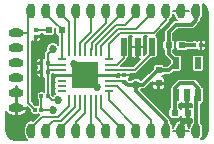
<source format=gtl>
G04 #@! TF.FileFunction,Copper,L1,Top,Signal*
%FSLAX46Y46*%
G04 Gerber Fmt 4.6, Leading zero omitted, Abs format (unit mm)*
G04 Created by KiCad (PCBNEW 4.0.0-rc2-stable) date 12/26/2015 3:45:16 PM*
%MOMM*%
G01*
G04 APERTURE LIST*
%ADD10C,0.100000*%
%ADD11C,0.685800*%
%ADD12O,0.762000X1.270000*%
%ADD13R,0.500000X1.500000*%
%ADD14R,0.550000X1.000000*%
%ADD15R,0.600000X0.500000*%
%ADD16R,0.300000X0.350000*%
%ADD17R,0.350000X0.300000*%
%ADD18R,0.500000X0.600000*%
%ADD19O,1.270000X0.762000*%
%ADD20O,0.250000X0.800000*%
%ADD21O,0.800000X0.250000*%
%ADD22R,2.250000X2.250000*%
%ADD23C,0.203200*%
%ADD24C,0.304800*%
%ADD25C,0.152400*%
G04 APERTURE END LIST*
D10*
D11*
X106553000Y-121031000D03*
X106629200Y-123698000D03*
X109372400Y-121945400D03*
X116586000Y-124841000D03*
X111353600Y-123901200D03*
D12*
X105791000Y-117475000D03*
X107061000Y-117475000D03*
X108331000Y-117475000D03*
X109601000Y-117475000D03*
X110871000Y-117475000D03*
X112141000Y-117475000D03*
X113411000Y-117475000D03*
X114681000Y-117475000D03*
X115951000Y-117475000D03*
X117221000Y-117475000D03*
X118491000Y-117475000D03*
X119761000Y-117475000D03*
X105791000Y-127635000D03*
X107061000Y-127635000D03*
X108331000Y-127635000D03*
X109601000Y-127635000D03*
X110871000Y-127635000D03*
X112141000Y-127635000D03*
X113411000Y-127635000D03*
X114681000Y-127635000D03*
X115951000Y-127635000D03*
X117221000Y-127635000D03*
X118491000Y-127635000D03*
X119761000Y-127635000D03*
D13*
X116008000Y-120523000D03*
X114808000Y-120523000D03*
X113608000Y-120523000D03*
D14*
X118029000Y-124617000D03*
X118979000Y-124617000D03*
X119929000Y-124617000D03*
X119929000Y-121917000D03*
X118029000Y-121917000D03*
D15*
X117433000Y-120396000D03*
X118533000Y-120396000D03*
D16*
X107209000Y-121920000D03*
X106659000Y-121920000D03*
D17*
X113665000Y-123465000D03*
X113665000Y-122915000D03*
D16*
X106650200Y-125857000D03*
X106100200Y-125857000D03*
X119613000Y-120396000D03*
X120163000Y-120396000D03*
X106659000Y-124714000D03*
X107209000Y-124714000D03*
X107209000Y-122682000D03*
X106659000Y-122682000D03*
D15*
X117941000Y-126111000D03*
X119041000Y-126111000D03*
D18*
X116586000Y-122513000D03*
X116586000Y-123613000D03*
D11*
X120142000Y-119253000D03*
D15*
X108362840Y-119105680D03*
X107262840Y-119105680D03*
D17*
X106172000Y-119105000D03*
X106172000Y-119655000D03*
D19*
X104521000Y-125730000D03*
X104521000Y-124460000D03*
X104521000Y-123190000D03*
X104521000Y-121920000D03*
X104521000Y-120650000D03*
X104521000Y-119380000D03*
D20*
X109013000Y-124936000D03*
X109463000Y-124936000D03*
X109913000Y-124936000D03*
X110363000Y-124936000D03*
X110813000Y-124936000D03*
X111263000Y-124936000D03*
X111713000Y-124936000D03*
D21*
X108363000Y-121586000D03*
X108363000Y-122036000D03*
X108363000Y-122486000D03*
X108363000Y-122936000D03*
X108363000Y-123386000D03*
X108363000Y-123836000D03*
X108363000Y-124286000D03*
X112363000Y-124286000D03*
X112363000Y-123836000D03*
X112363000Y-123386000D03*
X112363000Y-122936000D03*
X112363000Y-122486000D03*
X112363000Y-122036000D03*
X112363000Y-121586000D03*
D20*
X111713000Y-120936000D03*
X111263000Y-120936000D03*
X110813000Y-120936000D03*
X110363000Y-120936000D03*
X109913000Y-120936000D03*
X109463000Y-120936000D03*
X109013000Y-120936000D03*
D22*
X110363000Y-122936000D03*
D11*
X108077000Y-125031500D03*
X107632500Y-120713500D03*
X114681000Y-123748800D03*
X115138200Y-122920760D03*
X114300000Y-121793000D03*
X107670600Y-125882400D03*
D23*
X108077000Y-125031500D02*
X107526500Y-125031500D01*
X107526500Y-125031500D02*
X107209000Y-124714000D01*
X107209000Y-121920000D02*
X107209000Y-121137000D01*
X107209000Y-121137000D02*
X107632500Y-120713500D01*
D24*
X114681000Y-123748800D02*
X113948800Y-123748800D01*
X113948800Y-123748800D02*
X113665000Y-123465000D01*
X116586000Y-122513000D02*
X116488601Y-122513000D01*
X116488601Y-122513000D02*
X115252801Y-123748800D01*
X115252801Y-123748800D02*
X114681000Y-123748800D01*
X114681000Y-124287666D02*
X114681000Y-123748800D01*
D23*
X107209000Y-122682000D02*
X107221067Y-122669933D01*
X107221067Y-122669933D02*
X107221067Y-122546593D01*
X107221067Y-122546593D02*
X107281660Y-122486000D01*
X107209000Y-121920000D02*
X107209000Y-122682000D01*
X107209000Y-122682000D02*
X107209000Y-123060200D01*
X107209000Y-123060200D02*
X107209000Y-124714000D01*
D24*
X117433000Y-120396000D02*
X117433000Y-119244218D01*
X117433000Y-119244218D02*
X118036819Y-118640399D01*
X118036819Y-118640399D02*
X119372963Y-118640399D01*
X119372963Y-118640399D02*
X119761000Y-118252362D01*
X119761000Y-118252362D02*
X119761000Y-117475000D01*
X118029000Y-121712000D02*
X117433000Y-121116000D01*
X117433000Y-121116000D02*
X117433000Y-120396000D01*
X118029000Y-121917000D02*
X118029000Y-121712000D01*
D23*
X107209000Y-121920000D02*
X107325000Y-122036000D01*
X107325000Y-122036000D02*
X108363000Y-122036000D01*
X118029000Y-121692000D02*
X118029000Y-121917000D01*
D24*
X114681000Y-124287666D02*
X117221000Y-126827666D01*
X117221000Y-126827666D02*
X117221000Y-127635000D01*
X116586000Y-122513000D02*
X117433000Y-122513000D01*
X117433000Y-122513000D02*
X118029000Y-121917000D01*
D25*
X113586000Y-123386000D02*
X113665000Y-123465000D01*
D23*
X107281660Y-122486000D02*
X108363000Y-122486000D01*
D25*
X112363000Y-123386000D02*
X113586000Y-123386000D01*
D23*
X106659000Y-121920000D02*
X106659000Y-121137000D01*
X106659000Y-121137000D02*
X106553000Y-121031000D01*
D25*
X113665000Y-122915000D02*
X115132440Y-122915000D01*
X115132440Y-122915000D02*
X115138200Y-122920760D01*
D23*
X116586000Y-124841000D02*
X116586000Y-123613000D01*
D25*
X106629200Y-123698000D02*
X106629200Y-122711800D01*
X106629200Y-122711800D02*
X106659000Y-122682000D01*
D23*
X106659000Y-122682000D02*
X106659000Y-121920000D01*
X114808000Y-120523000D02*
X114808000Y-121285000D01*
D25*
X114808000Y-121285000D02*
X114300000Y-121793000D01*
D24*
X118491000Y-127127000D02*
X118579800Y-127127000D01*
X118579800Y-127127000D02*
X119041000Y-126665800D01*
X119041000Y-126665800D02*
X119041000Y-126111000D01*
X118491000Y-127635000D02*
X118491000Y-127127000D01*
X118979000Y-124617000D02*
X118979000Y-126049000D01*
X118979000Y-126049000D02*
X119041000Y-126111000D01*
D25*
X113644000Y-122936000D02*
X113665000Y-122915000D01*
X111810600Y-122936000D02*
X110363000Y-122936000D01*
X112363000Y-122936000D02*
X113644000Y-122936000D01*
X112363000Y-122936000D02*
X111810600Y-122936000D01*
X108363000Y-122936000D02*
X110363000Y-122936000D01*
D24*
X119929000Y-124617000D02*
X119929000Y-124029295D01*
X117997296Y-124585296D02*
X118029000Y-124617000D01*
X119929000Y-124029295D02*
X119527476Y-123627771D01*
X119527476Y-123627771D02*
X118369720Y-123627771D01*
X118369720Y-123627771D02*
X117997296Y-124000195D01*
X117997296Y-124000195D02*
X117997296Y-124585296D01*
X117941000Y-126111000D02*
X117941000Y-124705000D01*
X117941000Y-124705000D02*
X118029000Y-124617000D01*
X119761000Y-127635000D02*
X119761000Y-124785000D01*
X119761000Y-124785000D02*
X119929000Y-124617000D01*
D25*
X110363000Y-125488400D02*
X110363000Y-124936000D01*
X106650200Y-125857000D02*
X107645200Y-125857000D01*
X107645200Y-125857000D02*
X107670600Y-125882400D01*
X106659000Y-124714000D02*
X106659000Y-125848200D01*
X106659000Y-125848200D02*
X106650200Y-125857000D01*
D23*
X106638000Y-124735000D02*
X106659000Y-124714000D01*
D25*
X109601000Y-127635000D02*
X109601000Y-126847600D01*
X109601000Y-126847600D02*
X110363000Y-126085600D01*
X110363000Y-126085600D02*
X110363000Y-125488400D01*
X105535609Y-117730391D02*
X105535609Y-119380000D01*
X104521000Y-119380000D02*
X105308400Y-119380000D01*
X105535609Y-119380000D02*
X105535609Y-125267409D01*
X105308400Y-119380000D02*
X105535609Y-119380000D01*
X105791000Y-117475000D02*
X105535609Y-117730391D01*
X105535609Y-125267409D02*
X106100200Y-125832000D01*
X106100200Y-125832000D02*
X106100200Y-125857000D01*
D24*
X119380000Y-120396000D02*
X119613000Y-120396000D01*
X118533000Y-120396000D02*
X119380000Y-120396000D01*
D25*
X109013000Y-118398623D02*
X108331000Y-117716623D01*
X108331000Y-117716623D02*
X108331000Y-117475000D01*
X109013000Y-120936000D02*
X109013000Y-118398623D01*
X109463000Y-117613000D02*
X109601000Y-117475000D01*
X109463000Y-120936000D02*
X109463000Y-117613000D01*
X110871000Y-119267924D02*
X110871000Y-117729000D01*
X110871000Y-117729000D02*
X110871000Y-117475000D01*
X109913000Y-120936000D02*
X109913000Y-120225924D01*
X109913000Y-120225924D02*
X110871000Y-119267924D01*
X110363000Y-120936000D02*
X110363000Y-120264480D01*
X112141000Y-117729000D02*
X112141000Y-117475000D01*
X112141000Y-118486480D02*
X112141000Y-117729000D01*
X110363000Y-120264480D02*
X112141000Y-118486480D01*
X110813000Y-120936000D02*
X110813000Y-120835000D01*
X110813000Y-120835000D02*
X110909390Y-120738610D01*
X110909390Y-120738610D02*
X110909390Y-120230610D01*
X110909390Y-120230610D02*
X113411000Y-117729000D01*
X113411000Y-117729000D02*
X113411000Y-117475000D01*
X113736222Y-118673778D02*
X114681000Y-117729000D01*
X114681000Y-117729000D02*
X114681000Y-117475000D01*
X111263000Y-120936000D02*
X111263000Y-120383600D01*
X111263000Y-120383600D02*
X112972822Y-118673778D01*
X112972822Y-118673778D02*
X113736222Y-118673778D01*
X114677920Y-119002080D02*
X115951000Y-117729000D01*
X115951000Y-117729000D02*
X115951000Y-117475000D01*
X111713000Y-120936000D02*
X111713000Y-120435668D01*
X111713000Y-120435668D02*
X113146588Y-119002080D01*
X113146588Y-119002080D02*
X114677920Y-119002080D01*
X117221000Y-118262400D02*
X117221000Y-117475000D01*
X112363000Y-121586000D02*
X112363000Y-120252017D01*
X112363000Y-120252017D02*
X113278665Y-119336352D01*
X113278665Y-119336352D02*
X116147048Y-119336352D01*
X116147048Y-119336352D02*
X117221000Y-118262400D01*
X106705420Y-126466580D02*
X105791000Y-127381000D01*
X105791000Y-127381000D02*
X105791000Y-127635000D01*
X108991400Y-125528934D02*
X108053754Y-126466580D01*
X108053754Y-126466580D02*
X106705420Y-126466580D01*
X109013000Y-124936000D02*
X109013000Y-125488400D01*
X109013000Y-125488400D02*
X108991400Y-125510000D01*
X108991400Y-125510000D02*
X108991400Y-125528934D01*
X109463000Y-125635432D02*
X109463000Y-124936000D01*
X107061000Y-127635000D02*
X107061000Y-127381000D01*
X107061000Y-127381000D02*
X107670610Y-126771390D01*
X107670610Y-126771390D02*
X108327042Y-126771390D01*
X108327042Y-126771390D02*
X109463000Y-125635432D01*
X109913000Y-125488400D02*
X109913000Y-124936000D01*
X109913000Y-125799000D02*
X109913000Y-125488400D01*
X108331000Y-127635000D02*
X108331000Y-127381000D01*
X108331000Y-127381000D02*
X109913000Y-125799000D01*
X110813000Y-127577000D02*
X110871000Y-127635000D01*
X110813000Y-124936000D02*
X110813000Y-127577000D01*
X111263000Y-126503000D02*
X112141000Y-127381000D01*
X112141000Y-127381000D02*
X112141000Y-127635000D01*
X111263000Y-124936000D02*
X111263000Y-126503000D01*
X111713000Y-125683000D02*
X113411000Y-127381000D01*
X113411000Y-127381000D02*
X113411000Y-127635000D01*
X111713000Y-124936000D02*
X111713000Y-125683000D01*
X112363000Y-124286000D02*
X112363000Y-125063000D01*
X112363000Y-125063000D02*
X114681000Y-127381000D01*
X114681000Y-127381000D02*
X114681000Y-127635000D01*
X112363000Y-123836000D02*
X113079553Y-123836000D01*
X113079553Y-123836000D02*
X115951000Y-126707447D01*
X115951000Y-126707447D02*
X115951000Y-127635000D01*
D23*
X112363000Y-122486000D02*
X114545000Y-122486000D01*
X114545000Y-122486000D02*
X116008000Y-121023000D01*
X116008000Y-121023000D02*
X116008000Y-120523000D01*
X112363000Y-122036000D02*
X113048200Y-122036000D01*
X113048200Y-122036000D02*
X113608000Y-121476200D01*
X113608000Y-121476200D02*
X113608000Y-120523000D01*
D25*
X108363000Y-121308600D02*
X108363000Y-121586000D01*
X108363000Y-121308600D02*
X108362840Y-121308440D01*
X108362840Y-121308440D02*
X108362840Y-119105680D01*
X107061000Y-117475000D02*
X107061000Y-117749729D01*
X107061000Y-117749729D02*
X107810370Y-118499099D01*
X107810370Y-118499099D02*
X107810370Y-118502323D01*
X107810370Y-118502323D02*
X108362840Y-119054793D01*
X108362840Y-119054793D02*
X108362840Y-119105680D01*
X106172000Y-119105000D02*
X107262160Y-119105000D01*
X107262160Y-119105000D02*
X107262840Y-119105680D01*
G36*
X104546400Y-124434600D02*
X104566400Y-124434600D01*
X104566400Y-124485400D01*
X104546400Y-124485400D01*
X104546400Y-125704600D01*
X105365004Y-125704600D01*
X105422813Y-125601680D01*
X105416676Y-125579528D01*
X105717122Y-125879974D01*
X105717122Y-126032000D01*
X105733062Y-126116714D01*
X105783128Y-126194518D01*
X105859520Y-126246715D01*
X105950200Y-126265078D01*
X106250200Y-126265078D01*
X106334914Y-126249138D01*
X106375162Y-126223239D01*
X106409520Y-126246715D01*
X106479967Y-126260981D01*
X105954037Y-126786911D01*
X105791000Y-126754481D01*
X105557716Y-126800884D01*
X105359948Y-126933029D01*
X105227803Y-127130797D01*
X105181400Y-127364081D01*
X105181400Y-127905919D01*
X105227803Y-128139203D01*
X105359948Y-128336971D01*
X105412971Y-128372400D01*
X104521000Y-128372400D01*
X104463190Y-128383899D01*
X104448352Y-128377753D01*
X104113897Y-128311226D01*
X103876439Y-128152561D01*
X103717774Y-127915103D01*
X103656600Y-127607559D01*
X103656600Y-125974650D01*
X103782066Y-126179013D01*
X103990809Y-126330410D01*
X104241600Y-126390400D01*
X104495600Y-126390400D01*
X104495600Y-125755400D01*
X104546400Y-125755400D01*
X104546400Y-126390400D01*
X104800400Y-126390400D01*
X105051191Y-126330410D01*
X105259934Y-126179013D01*
X105394850Y-125959258D01*
X105422813Y-125858320D01*
X105365004Y-125755400D01*
X104546400Y-125755400D01*
X104495600Y-125755400D01*
X104475600Y-125755400D01*
X104475600Y-125704600D01*
X104495600Y-125704600D01*
X104495600Y-124485400D01*
X104475600Y-124485400D01*
X104475600Y-124434600D01*
X104495600Y-124434600D01*
X104495600Y-123799600D01*
X104546400Y-123799600D01*
X104546400Y-124434600D01*
X104546400Y-124434600D01*
G37*
X104546400Y-124434600D02*
X104566400Y-124434600D01*
X104566400Y-124485400D01*
X104546400Y-124485400D01*
X104546400Y-125704600D01*
X105365004Y-125704600D01*
X105422813Y-125601680D01*
X105416676Y-125579528D01*
X105717122Y-125879974D01*
X105717122Y-126032000D01*
X105733062Y-126116714D01*
X105783128Y-126194518D01*
X105859520Y-126246715D01*
X105950200Y-126265078D01*
X106250200Y-126265078D01*
X106334914Y-126249138D01*
X106375162Y-126223239D01*
X106409520Y-126246715D01*
X106479967Y-126260981D01*
X105954037Y-126786911D01*
X105791000Y-126754481D01*
X105557716Y-126800884D01*
X105359948Y-126933029D01*
X105227803Y-127130797D01*
X105181400Y-127364081D01*
X105181400Y-127905919D01*
X105227803Y-128139203D01*
X105359948Y-128336971D01*
X105412971Y-128372400D01*
X104521000Y-128372400D01*
X104463190Y-128383899D01*
X104448352Y-128377753D01*
X104113897Y-128311226D01*
X103876439Y-128152561D01*
X103717774Y-127915103D01*
X103656600Y-127607559D01*
X103656600Y-125974650D01*
X103782066Y-126179013D01*
X103990809Y-126330410D01*
X104241600Y-126390400D01*
X104495600Y-126390400D01*
X104495600Y-125755400D01*
X104546400Y-125755400D01*
X104546400Y-126390400D01*
X104800400Y-126390400D01*
X105051191Y-126330410D01*
X105259934Y-126179013D01*
X105394850Y-125959258D01*
X105422813Y-125858320D01*
X105365004Y-125755400D01*
X104546400Y-125755400D01*
X104495600Y-125755400D01*
X104475600Y-125755400D01*
X104475600Y-125704600D01*
X104495600Y-125704600D01*
X104495600Y-124485400D01*
X104475600Y-124485400D01*
X104475600Y-124434600D01*
X104495600Y-124434600D01*
X104495600Y-123799600D01*
X104546400Y-123799600D01*
X104546400Y-124434600D01*
G36*
X120295103Y-116925774D02*
X120532561Y-117084439D01*
X120691226Y-117321897D01*
X120752400Y-117629441D01*
X120752400Y-127607559D01*
X120691226Y-127915103D01*
X120532561Y-128152561D01*
X120295103Y-128311226D01*
X120196095Y-128330920D01*
X120324197Y-128139203D01*
X120370600Y-127905919D01*
X120370600Y-127364081D01*
X120324197Y-127130797D01*
X120192052Y-126933029D01*
X120142000Y-126899585D01*
X120142000Y-125350078D01*
X120204000Y-125350078D01*
X120288714Y-125334138D01*
X120366518Y-125284072D01*
X120418715Y-125207680D01*
X120437078Y-125117000D01*
X120437078Y-124117000D01*
X120421138Y-124032286D01*
X120371072Y-123954482D01*
X120294680Y-123902285D01*
X120284319Y-123900187D01*
X120280998Y-123883493D01*
X120261554Y-123854393D01*
X120198408Y-123759887D01*
X120198405Y-123759885D01*
X119796884Y-123358363D01*
X119673279Y-123275773D01*
X119527476Y-123246771D01*
X118369720Y-123246771D01*
X118223917Y-123275773D01*
X118100312Y-123358363D01*
X117727888Y-123730787D01*
X117645298Y-123854392D01*
X117634900Y-123906666D01*
X117631405Y-123924238D01*
X117591482Y-123949928D01*
X117539285Y-124026320D01*
X117520922Y-124117000D01*
X117520922Y-125117000D01*
X117536862Y-125201714D01*
X117560000Y-125237671D01*
X117560000Y-125643163D01*
X117556286Y-125643862D01*
X117478482Y-125693928D01*
X117426285Y-125770320D01*
X117407922Y-125861000D01*
X117407922Y-126361000D01*
X117423862Y-126445714D01*
X117473928Y-126523518D01*
X117550320Y-126575715D01*
X117641000Y-126594078D01*
X118241000Y-126594078D01*
X118325714Y-126578138D01*
X118403518Y-126528072D01*
X118455715Y-126451680D01*
X118462422Y-126418560D01*
X118504136Y-126519267D01*
X118582733Y-126597864D01*
X118685424Y-126640400D01*
X118945750Y-126640400D01*
X119015600Y-126570550D01*
X119015600Y-126136400D01*
X118995600Y-126136400D01*
X118995600Y-126085600D01*
X119015600Y-126085600D01*
X119015600Y-125651450D01*
X118945750Y-125581600D01*
X118685424Y-125581600D01*
X118582733Y-125624136D01*
X118504136Y-125702733D01*
X118462989Y-125802069D01*
X118458138Y-125776286D01*
X118408072Y-125698482D01*
X118331680Y-125646285D01*
X118322000Y-125644325D01*
X118322000Y-125346691D01*
X118388714Y-125334138D01*
X118466518Y-125284072D01*
X118470343Y-125278474D01*
X118545733Y-125353864D01*
X118648424Y-125396400D01*
X118883750Y-125396400D01*
X118953600Y-125326550D01*
X118953600Y-124642400D01*
X118933600Y-124642400D01*
X118933600Y-124591600D01*
X118953600Y-124591600D01*
X118953600Y-124571600D01*
X119004400Y-124571600D01*
X119004400Y-124591600D01*
X119024400Y-124591600D01*
X119024400Y-124642400D01*
X119004400Y-124642400D01*
X119004400Y-125326550D01*
X119074250Y-125396400D01*
X119309576Y-125396400D01*
X119380000Y-125367229D01*
X119380000Y-125581600D01*
X119136250Y-125581600D01*
X119066400Y-125651450D01*
X119066400Y-126085600D01*
X119086400Y-126085600D01*
X119086400Y-126136400D01*
X119066400Y-126136400D01*
X119066400Y-126570550D01*
X119136250Y-126640400D01*
X119380000Y-126640400D01*
X119380000Y-126899585D01*
X119329948Y-126933029D01*
X119197803Y-127130797D01*
X119151400Y-127364081D01*
X119151400Y-127355600D01*
X119091410Y-127104809D01*
X118940013Y-126896066D01*
X118720258Y-126761150D01*
X118619320Y-126733187D01*
X118516400Y-126790996D01*
X118516400Y-127609600D01*
X119151400Y-127609600D01*
X119151400Y-127660400D01*
X118516400Y-127660400D01*
X118516400Y-127680400D01*
X118465600Y-127680400D01*
X118465600Y-127660400D01*
X117830600Y-127660400D01*
X117830600Y-127609600D01*
X118465600Y-127609600D01*
X118465600Y-126790996D01*
X118362680Y-126733187D01*
X118261742Y-126761150D01*
X118041987Y-126896066D01*
X117890590Y-127104809D01*
X117830600Y-127355600D01*
X117830600Y-127364081D01*
X117784197Y-127130797D01*
X117652052Y-126933029D01*
X117602000Y-126899585D01*
X117602000Y-126827666D01*
X117572998Y-126681864D01*
X117490408Y-126558258D01*
X117490405Y-126558256D01*
X115085086Y-124152936D01*
X115108263Y-124129800D01*
X115252801Y-124129800D01*
X115398604Y-124100798D01*
X115522209Y-124018208D01*
X115832167Y-123708250D01*
X116056600Y-123708250D01*
X116056600Y-123968576D01*
X116099136Y-124071267D01*
X116177733Y-124149864D01*
X116280424Y-124192400D01*
X116490750Y-124192400D01*
X116560600Y-124122550D01*
X116560600Y-123638400D01*
X116611400Y-123638400D01*
X116611400Y-124122550D01*
X116681250Y-124192400D01*
X116891576Y-124192400D01*
X116994267Y-124149864D01*
X117072864Y-124071267D01*
X117115400Y-123968576D01*
X117115400Y-123708250D01*
X117045550Y-123638400D01*
X116611400Y-123638400D01*
X116560600Y-123638400D01*
X116126450Y-123638400D01*
X116056600Y-123708250D01*
X115832167Y-123708250D01*
X116056600Y-123483817D01*
X116056600Y-123517750D01*
X116126450Y-123587600D01*
X116560600Y-123587600D01*
X116560600Y-123567600D01*
X116611400Y-123567600D01*
X116611400Y-123587600D01*
X117045550Y-123587600D01*
X117115400Y-123517750D01*
X117115400Y-123257424D01*
X117072864Y-123154733D01*
X116994267Y-123076136D01*
X116894931Y-123034989D01*
X116920714Y-123030138D01*
X116998518Y-122980072D01*
X117050715Y-122903680D01*
X117052675Y-122894000D01*
X117433000Y-122894000D01*
X117578803Y-122864998D01*
X117702408Y-122782408D01*
X117834738Y-122650078D01*
X118304000Y-122650078D01*
X118388714Y-122634138D01*
X118466518Y-122584072D01*
X118518715Y-122507680D01*
X118537078Y-122417000D01*
X118537078Y-121417000D01*
X119420922Y-121417000D01*
X119420922Y-122417000D01*
X119436862Y-122501714D01*
X119486928Y-122579518D01*
X119563320Y-122631715D01*
X119654000Y-122650078D01*
X120204000Y-122650078D01*
X120288714Y-122634138D01*
X120366518Y-122584072D01*
X120418715Y-122507680D01*
X120437078Y-122417000D01*
X120437078Y-121417000D01*
X120421138Y-121332286D01*
X120371072Y-121254482D01*
X120294680Y-121202285D01*
X120204000Y-121183922D01*
X119654000Y-121183922D01*
X119569286Y-121199862D01*
X119491482Y-121249928D01*
X119439285Y-121326320D01*
X119420922Y-121417000D01*
X118537078Y-121417000D01*
X118521138Y-121332286D01*
X118471072Y-121254482D01*
X118394680Y-121202285D01*
X118304000Y-121183922D01*
X118039737Y-121183922D01*
X117814000Y-120958184D01*
X117814000Y-120863837D01*
X117817714Y-120863138D01*
X117895518Y-120813072D01*
X117947715Y-120736680D01*
X117966078Y-120646000D01*
X117966078Y-120146000D01*
X117999922Y-120146000D01*
X117999922Y-120646000D01*
X118015862Y-120730714D01*
X118065928Y-120808518D01*
X118142320Y-120860715D01*
X118233000Y-120879078D01*
X118833000Y-120879078D01*
X118917714Y-120863138D01*
X118995518Y-120813072D01*
X119020165Y-120777000D01*
X119359565Y-120777000D01*
X119372320Y-120785715D01*
X119463000Y-120804078D01*
X119763000Y-120804078D01*
X119837019Y-120790150D01*
X119854733Y-120807864D01*
X119957424Y-120850400D01*
X120067750Y-120850400D01*
X120137600Y-120780550D01*
X120137600Y-120421400D01*
X120188400Y-120421400D01*
X120188400Y-120780550D01*
X120258250Y-120850400D01*
X120368576Y-120850400D01*
X120471267Y-120807864D01*
X120549864Y-120729267D01*
X120592400Y-120626576D01*
X120592400Y-120491250D01*
X120522550Y-120421400D01*
X120188400Y-120421400D01*
X120137600Y-120421400D01*
X120117600Y-120421400D01*
X120117600Y-120370600D01*
X120137600Y-120370600D01*
X120137600Y-120011450D01*
X120188400Y-120011450D01*
X120188400Y-120370600D01*
X120522550Y-120370600D01*
X120592400Y-120300750D01*
X120592400Y-120165424D01*
X120549864Y-120062733D01*
X120471267Y-119984136D01*
X120368576Y-119941600D01*
X120258250Y-119941600D01*
X120188400Y-120011450D01*
X120137600Y-120011450D01*
X120067750Y-119941600D01*
X119957424Y-119941600D01*
X119854733Y-119984136D01*
X119836137Y-120002732D01*
X119763000Y-119987922D01*
X119463000Y-119987922D01*
X119378286Y-120003862D01*
X119360977Y-120015000D01*
X119020353Y-120015000D01*
X119000072Y-119983482D01*
X118923680Y-119931285D01*
X118833000Y-119912922D01*
X118233000Y-119912922D01*
X118148286Y-119928862D01*
X118070482Y-119978928D01*
X118018285Y-120055320D01*
X117999922Y-120146000D01*
X117966078Y-120146000D01*
X117950138Y-120061286D01*
X117900072Y-119983482D01*
X117823680Y-119931285D01*
X117814000Y-119929325D01*
X117814000Y-119402034D01*
X118194635Y-119021399D01*
X119372963Y-119021399D01*
X119518766Y-118992397D01*
X119642371Y-118909807D01*
X120030408Y-118521770D01*
X120112998Y-118398165D01*
X120142000Y-118252362D01*
X120142000Y-118210415D01*
X120192052Y-118176971D01*
X120324197Y-117979203D01*
X120370600Y-117745919D01*
X120370600Y-117204081D01*
X120324197Y-116970797D01*
X120293962Y-116925547D01*
X120295103Y-116925774D01*
X120295103Y-116925774D01*
G37*
X120295103Y-116925774D02*
X120532561Y-117084439D01*
X120691226Y-117321897D01*
X120752400Y-117629441D01*
X120752400Y-127607559D01*
X120691226Y-127915103D01*
X120532561Y-128152561D01*
X120295103Y-128311226D01*
X120196095Y-128330920D01*
X120324197Y-128139203D01*
X120370600Y-127905919D01*
X120370600Y-127364081D01*
X120324197Y-127130797D01*
X120192052Y-126933029D01*
X120142000Y-126899585D01*
X120142000Y-125350078D01*
X120204000Y-125350078D01*
X120288714Y-125334138D01*
X120366518Y-125284072D01*
X120418715Y-125207680D01*
X120437078Y-125117000D01*
X120437078Y-124117000D01*
X120421138Y-124032286D01*
X120371072Y-123954482D01*
X120294680Y-123902285D01*
X120284319Y-123900187D01*
X120280998Y-123883493D01*
X120261554Y-123854393D01*
X120198408Y-123759887D01*
X120198405Y-123759885D01*
X119796884Y-123358363D01*
X119673279Y-123275773D01*
X119527476Y-123246771D01*
X118369720Y-123246771D01*
X118223917Y-123275773D01*
X118100312Y-123358363D01*
X117727888Y-123730787D01*
X117645298Y-123854392D01*
X117634900Y-123906666D01*
X117631405Y-123924238D01*
X117591482Y-123949928D01*
X117539285Y-124026320D01*
X117520922Y-124117000D01*
X117520922Y-125117000D01*
X117536862Y-125201714D01*
X117560000Y-125237671D01*
X117560000Y-125643163D01*
X117556286Y-125643862D01*
X117478482Y-125693928D01*
X117426285Y-125770320D01*
X117407922Y-125861000D01*
X117407922Y-126361000D01*
X117423862Y-126445714D01*
X117473928Y-126523518D01*
X117550320Y-126575715D01*
X117641000Y-126594078D01*
X118241000Y-126594078D01*
X118325714Y-126578138D01*
X118403518Y-126528072D01*
X118455715Y-126451680D01*
X118462422Y-126418560D01*
X118504136Y-126519267D01*
X118582733Y-126597864D01*
X118685424Y-126640400D01*
X118945750Y-126640400D01*
X119015600Y-126570550D01*
X119015600Y-126136400D01*
X118995600Y-126136400D01*
X118995600Y-126085600D01*
X119015600Y-126085600D01*
X119015600Y-125651450D01*
X118945750Y-125581600D01*
X118685424Y-125581600D01*
X118582733Y-125624136D01*
X118504136Y-125702733D01*
X118462989Y-125802069D01*
X118458138Y-125776286D01*
X118408072Y-125698482D01*
X118331680Y-125646285D01*
X118322000Y-125644325D01*
X118322000Y-125346691D01*
X118388714Y-125334138D01*
X118466518Y-125284072D01*
X118470343Y-125278474D01*
X118545733Y-125353864D01*
X118648424Y-125396400D01*
X118883750Y-125396400D01*
X118953600Y-125326550D01*
X118953600Y-124642400D01*
X118933600Y-124642400D01*
X118933600Y-124591600D01*
X118953600Y-124591600D01*
X118953600Y-124571600D01*
X119004400Y-124571600D01*
X119004400Y-124591600D01*
X119024400Y-124591600D01*
X119024400Y-124642400D01*
X119004400Y-124642400D01*
X119004400Y-125326550D01*
X119074250Y-125396400D01*
X119309576Y-125396400D01*
X119380000Y-125367229D01*
X119380000Y-125581600D01*
X119136250Y-125581600D01*
X119066400Y-125651450D01*
X119066400Y-126085600D01*
X119086400Y-126085600D01*
X119086400Y-126136400D01*
X119066400Y-126136400D01*
X119066400Y-126570550D01*
X119136250Y-126640400D01*
X119380000Y-126640400D01*
X119380000Y-126899585D01*
X119329948Y-126933029D01*
X119197803Y-127130797D01*
X119151400Y-127364081D01*
X119151400Y-127355600D01*
X119091410Y-127104809D01*
X118940013Y-126896066D01*
X118720258Y-126761150D01*
X118619320Y-126733187D01*
X118516400Y-126790996D01*
X118516400Y-127609600D01*
X119151400Y-127609600D01*
X119151400Y-127660400D01*
X118516400Y-127660400D01*
X118516400Y-127680400D01*
X118465600Y-127680400D01*
X118465600Y-127660400D01*
X117830600Y-127660400D01*
X117830600Y-127609600D01*
X118465600Y-127609600D01*
X118465600Y-126790996D01*
X118362680Y-126733187D01*
X118261742Y-126761150D01*
X118041987Y-126896066D01*
X117890590Y-127104809D01*
X117830600Y-127355600D01*
X117830600Y-127364081D01*
X117784197Y-127130797D01*
X117652052Y-126933029D01*
X117602000Y-126899585D01*
X117602000Y-126827666D01*
X117572998Y-126681864D01*
X117490408Y-126558258D01*
X117490405Y-126558256D01*
X115085086Y-124152936D01*
X115108263Y-124129800D01*
X115252801Y-124129800D01*
X115398604Y-124100798D01*
X115522209Y-124018208D01*
X115832167Y-123708250D01*
X116056600Y-123708250D01*
X116056600Y-123968576D01*
X116099136Y-124071267D01*
X116177733Y-124149864D01*
X116280424Y-124192400D01*
X116490750Y-124192400D01*
X116560600Y-124122550D01*
X116560600Y-123638400D01*
X116611400Y-123638400D01*
X116611400Y-124122550D01*
X116681250Y-124192400D01*
X116891576Y-124192400D01*
X116994267Y-124149864D01*
X117072864Y-124071267D01*
X117115400Y-123968576D01*
X117115400Y-123708250D01*
X117045550Y-123638400D01*
X116611400Y-123638400D01*
X116560600Y-123638400D01*
X116126450Y-123638400D01*
X116056600Y-123708250D01*
X115832167Y-123708250D01*
X116056600Y-123483817D01*
X116056600Y-123517750D01*
X116126450Y-123587600D01*
X116560600Y-123587600D01*
X116560600Y-123567600D01*
X116611400Y-123567600D01*
X116611400Y-123587600D01*
X117045550Y-123587600D01*
X117115400Y-123517750D01*
X117115400Y-123257424D01*
X117072864Y-123154733D01*
X116994267Y-123076136D01*
X116894931Y-123034989D01*
X116920714Y-123030138D01*
X116998518Y-122980072D01*
X117050715Y-122903680D01*
X117052675Y-122894000D01*
X117433000Y-122894000D01*
X117578803Y-122864998D01*
X117702408Y-122782408D01*
X117834738Y-122650078D01*
X118304000Y-122650078D01*
X118388714Y-122634138D01*
X118466518Y-122584072D01*
X118518715Y-122507680D01*
X118537078Y-122417000D01*
X118537078Y-121417000D01*
X119420922Y-121417000D01*
X119420922Y-122417000D01*
X119436862Y-122501714D01*
X119486928Y-122579518D01*
X119563320Y-122631715D01*
X119654000Y-122650078D01*
X120204000Y-122650078D01*
X120288714Y-122634138D01*
X120366518Y-122584072D01*
X120418715Y-122507680D01*
X120437078Y-122417000D01*
X120437078Y-121417000D01*
X120421138Y-121332286D01*
X120371072Y-121254482D01*
X120294680Y-121202285D01*
X120204000Y-121183922D01*
X119654000Y-121183922D01*
X119569286Y-121199862D01*
X119491482Y-121249928D01*
X119439285Y-121326320D01*
X119420922Y-121417000D01*
X118537078Y-121417000D01*
X118521138Y-121332286D01*
X118471072Y-121254482D01*
X118394680Y-121202285D01*
X118304000Y-121183922D01*
X118039737Y-121183922D01*
X117814000Y-120958184D01*
X117814000Y-120863837D01*
X117817714Y-120863138D01*
X117895518Y-120813072D01*
X117947715Y-120736680D01*
X117966078Y-120646000D01*
X117966078Y-120146000D01*
X117999922Y-120146000D01*
X117999922Y-120646000D01*
X118015862Y-120730714D01*
X118065928Y-120808518D01*
X118142320Y-120860715D01*
X118233000Y-120879078D01*
X118833000Y-120879078D01*
X118917714Y-120863138D01*
X118995518Y-120813072D01*
X119020165Y-120777000D01*
X119359565Y-120777000D01*
X119372320Y-120785715D01*
X119463000Y-120804078D01*
X119763000Y-120804078D01*
X119837019Y-120790150D01*
X119854733Y-120807864D01*
X119957424Y-120850400D01*
X120067750Y-120850400D01*
X120137600Y-120780550D01*
X120137600Y-120421400D01*
X120188400Y-120421400D01*
X120188400Y-120780550D01*
X120258250Y-120850400D01*
X120368576Y-120850400D01*
X120471267Y-120807864D01*
X120549864Y-120729267D01*
X120592400Y-120626576D01*
X120592400Y-120491250D01*
X120522550Y-120421400D01*
X120188400Y-120421400D01*
X120137600Y-120421400D01*
X120117600Y-120421400D01*
X120117600Y-120370600D01*
X120137600Y-120370600D01*
X120137600Y-120011450D01*
X120188400Y-120011450D01*
X120188400Y-120370600D01*
X120522550Y-120370600D01*
X120592400Y-120300750D01*
X120592400Y-120165424D01*
X120549864Y-120062733D01*
X120471267Y-119984136D01*
X120368576Y-119941600D01*
X120258250Y-119941600D01*
X120188400Y-120011450D01*
X120137600Y-120011450D01*
X120067750Y-119941600D01*
X119957424Y-119941600D01*
X119854733Y-119984136D01*
X119836137Y-120002732D01*
X119763000Y-119987922D01*
X119463000Y-119987922D01*
X119378286Y-120003862D01*
X119360977Y-120015000D01*
X119020353Y-120015000D01*
X119000072Y-119983482D01*
X118923680Y-119931285D01*
X118833000Y-119912922D01*
X118233000Y-119912922D01*
X118148286Y-119928862D01*
X118070482Y-119978928D01*
X118018285Y-120055320D01*
X117999922Y-120146000D01*
X117966078Y-120146000D01*
X117950138Y-120061286D01*
X117900072Y-119983482D01*
X117823680Y-119931285D01*
X117814000Y-119929325D01*
X117814000Y-119402034D01*
X118194635Y-119021399D01*
X119372963Y-119021399D01*
X119518766Y-118992397D01*
X119642371Y-118909807D01*
X120030408Y-118521770D01*
X120112998Y-118398165D01*
X120142000Y-118252362D01*
X120142000Y-118210415D01*
X120192052Y-118176971D01*
X120324197Y-117979203D01*
X120370600Y-117745919D01*
X120370600Y-117204081D01*
X120324197Y-116970797D01*
X120293962Y-116925547D01*
X120295103Y-116925774D01*
G36*
X107829762Y-118952767D02*
X107829762Y-119355680D01*
X107845702Y-119440394D01*
X107895768Y-119518198D01*
X107972160Y-119570395D01*
X108058040Y-119587786D01*
X108058040Y-120330855D01*
X107956651Y-120229289D01*
X107746677Y-120142100D01*
X107519320Y-120141901D01*
X107309194Y-120228724D01*
X107148289Y-120389349D01*
X107061100Y-120599323D01*
X107060908Y-120818118D01*
X106975513Y-120903513D01*
X106903935Y-121010638D01*
X106878800Y-121137000D01*
X106878800Y-121471492D01*
X106864576Y-121465600D01*
X106754250Y-121465600D01*
X106684400Y-121535450D01*
X106684400Y-121894600D01*
X106704400Y-121894600D01*
X106704400Y-121945400D01*
X106684400Y-121945400D01*
X106684400Y-122656600D01*
X106704400Y-122656600D01*
X106704400Y-122707400D01*
X106684400Y-122707400D01*
X106684400Y-123066550D01*
X106754250Y-123136400D01*
X106864576Y-123136400D01*
X106878800Y-123130508D01*
X106878800Y-124320057D01*
X106809000Y-124305922D01*
X106509000Y-124305922D01*
X106424286Y-124321862D01*
X106346482Y-124371928D01*
X106294285Y-124448320D01*
X106275922Y-124539000D01*
X106275922Y-124889000D01*
X106291862Y-124973714D01*
X106341928Y-125051518D01*
X106354200Y-125059903D01*
X106354200Y-125476386D01*
X106340880Y-125467285D01*
X106250200Y-125448922D01*
X106148174Y-125448922D01*
X105840409Y-125141157D01*
X105840409Y-122777250D01*
X106229600Y-122777250D01*
X106229600Y-122912576D01*
X106272136Y-123015267D01*
X106350733Y-123093864D01*
X106453424Y-123136400D01*
X106563750Y-123136400D01*
X106633600Y-123066550D01*
X106633600Y-122707400D01*
X106299450Y-122707400D01*
X106229600Y-122777250D01*
X105840409Y-122777250D01*
X105840409Y-122015250D01*
X106229600Y-122015250D01*
X106229600Y-122150576D01*
X106272136Y-122253267D01*
X106319869Y-122301000D01*
X106272136Y-122348733D01*
X106229600Y-122451424D01*
X106229600Y-122586750D01*
X106299450Y-122656600D01*
X106633600Y-122656600D01*
X106633600Y-121945400D01*
X106299450Y-121945400D01*
X106229600Y-122015250D01*
X105840409Y-122015250D01*
X105840409Y-121689424D01*
X106229600Y-121689424D01*
X106229600Y-121824750D01*
X106299450Y-121894600D01*
X106633600Y-121894600D01*
X106633600Y-121535450D01*
X106563750Y-121465600D01*
X106453424Y-121465600D01*
X106350733Y-121508136D01*
X106272136Y-121586733D01*
X106229600Y-121689424D01*
X105840409Y-121689424D01*
X105840409Y-120042558D01*
X105941424Y-120084400D01*
X106076750Y-120084400D01*
X106146600Y-120014550D01*
X106146600Y-119680400D01*
X106197400Y-119680400D01*
X106197400Y-120014550D01*
X106267250Y-120084400D01*
X106402576Y-120084400D01*
X106505267Y-120041864D01*
X106583864Y-119963267D01*
X106626400Y-119860576D01*
X106626400Y-119750250D01*
X106556550Y-119680400D01*
X106197400Y-119680400D01*
X106146600Y-119680400D01*
X106126600Y-119680400D01*
X106126600Y-119629600D01*
X106146600Y-119629600D01*
X106146600Y-119609600D01*
X106197400Y-119609600D01*
X106197400Y-119629600D01*
X106556550Y-119629600D01*
X106626400Y-119559750D01*
X106626400Y-119449424D01*
X106609987Y-119409800D01*
X106739945Y-119409800D01*
X106745702Y-119440394D01*
X106795768Y-119518198D01*
X106872160Y-119570395D01*
X106962840Y-119588758D01*
X107562840Y-119588758D01*
X107647554Y-119572818D01*
X107725358Y-119522752D01*
X107777555Y-119446360D01*
X107795918Y-119355680D01*
X107795918Y-118918923D01*
X107829762Y-118952767D01*
X107829762Y-118952767D01*
G37*
X107829762Y-118952767D02*
X107829762Y-119355680D01*
X107845702Y-119440394D01*
X107895768Y-119518198D01*
X107972160Y-119570395D01*
X108058040Y-119587786D01*
X108058040Y-120330855D01*
X107956651Y-120229289D01*
X107746677Y-120142100D01*
X107519320Y-120141901D01*
X107309194Y-120228724D01*
X107148289Y-120389349D01*
X107061100Y-120599323D01*
X107060908Y-120818118D01*
X106975513Y-120903513D01*
X106903935Y-121010638D01*
X106878800Y-121137000D01*
X106878800Y-121471492D01*
X106864576Y-121465600D01*
X106754250Y-121465600D01*
X106684400Y-121535450D01*
X106684400Y-121894600D01*
X106704400Y-121894600D01*
X106704400Y-121945400D01*
X106684400Y-121945400D01*
X106684400Y-122656600D01*
X106704400Y-122656600D01*
X106704400Y-122707400D01*
X106684400Y-122707400D01*
X106684400Y-123066550D01*
X106754250Y-123136400D01*
X106864576Y-123136400D01*
X106878800Y-123130508D01*
X106878800Y-124320057D01*
X106809000Y-124305922D01*
X106509000Y-124305922D01*
X106424286Y-124321862D01*
X106346482Y-124371928D01*
X106294285Y-124448320D01*
X106275922Y-124539000D01*
X106275922Y-124889000D01*
X106291862Y-124973714D01*
X106341928Y-125051518D01*
X106354200Y-125059903D01*
X106354200Y-125476386D01*
X106340880Y-125467285D01*
X106250200Y-125448922D01*
X106148174Y-125448922D01*
X105840409Y-125141157D01*
X105840409Y-122777250D01*
X106229600Y-122777250D01*
X106229600Y-122912576D01*
X106272136Y-123015267D01*
X106350733Y-123093864D01*
X106453424Y-123136400D01*
X106563750Y-123136400D01*
X106633600Y-123066550D01*
X106633600Y-122707400D01*
X106299450Y-122707400D01*
X106229600Y-122777250D01*
X105840409Y-122777250D01*
X105840409Y-122015250D01*
X106229600Y-122015250D01*
X106229600Y-122150576D01*
X106272136Y-122253267D01*
X106319869Y-122301000D01*
X106272136Y-122348733D01*
X106229600Y-122451424D01*
X106229600Y-122586750D01*
X106299450Y-122656600D01*
X106633600Y-122656600D01*
X106633600Y-121945400D01*
X106299450Y-121945400D01*
X106229600Y-122015250D01*
X105840409Y-122015250D01*
X105840409Y-121689424D01*
X106229600Y-121689424D01*
X106229600Y-121824750D01*
X106299450Y-121894600D01*
X106633600Y-121894600D01*
X106633600Y-121535450D01*
X106563750Y-121465600D01*
X106453424Y-121465600D01*
X106350733Y-121508136D01*
X106272136Y-121586733D01*
X106229600Y-121689424D01*
X105840409Y-121689424D01*
X105840409Y-120042558D01*
X105941424Y-120084400D01*
X106076750Y-120084400D01*
X106146600Y-120014550D01*
X106146600Y-119680400D01*
X106197400Y-119680400D01*
X106197400Y-120014550D01*
X106267250Y-120084400D01*
X106402576Y-120084400D01*
X106505267Y-120041864D01*
X106583864Y-119963267D01*
X106626400Y-119860576D01*
X106626400Y-119750250D01*
X106556550Y-119680400D01*
X106197400Y-119680400D01*
X106146600Y-119680400D01*
X106126600Y-119680400D01*
X106126600Y-119629600D01*
X106146600Y-119629600D01*
X106146600Y-119609600D01*
X106197400Y-119609600D01*
X106197400Y-119629600D01*
X106556550Y-119629600D01*
X106626400Y-119559750D01*
X106626400Y-119449424D01*
X106609987Y-119409800D01*
X106739945Y-119409800D01*
X106745702Y-119440394D01*
X106795768Y-119518198D01*
X106872160Y-119570395D01*
X106962840Y-119588758D01*
X107562840Y-119588758D01*
X107647554Y-119572818D01*
X107725358Y-119522752D01*
X107777555Y-119446360D01*
X107795918Y-119355680D01*
X107795918Y-118918923D01*
X107829762Y-118952767D01*
G36*
X117830600Y-117754400D02*
X117890590Y-118005191D01*
X118041987Y-118213934D01*
X118116042Y-118259399D01*
X118036819Y-118259399D01*
X117891016Y-118288401D01*
X117767411Y-118370991D01*
X117163592Y-118974810D01*
X117081002Y-119098415D01*
X117057293Y-119217606D01*
X117052000Y-119244218D01*
X117052000Y-119928163D01*
X117048286Y-119928862D01*
X116970482Y-119978928D01*
X116918285Y-120055320D01*
X116899922Y-120146000D01*
X116899922Y-120646000D01*
X116915862Y-120730714D01*
X116965928Y-120808518D01*
X117042320Y-120860715D01*
X117052000Y-120862675D01*
X117052000Y-121116000D01*
X117081002Y-121261803D01*
X117163592Y-121385408D01*
X117520922Y-121742737D01*
X117520922Y-121886263D01*
X117275184Y-122132000D01*
X117053837Y-122132000D01*
X117053138Y-122128286D01*
X117003072Y-122050482D01*
X116926680Y-121998285D01*
X116836000Y-121979922D01*
X116336000Y-121979922D01*
X116251286Y-121995862D01*
X116173482Y-122045928D01*
X116121285Y-122122320D01*
X116102922Y-122213000D01*
X116102922Y-122359863D01*
X115101589Y-123361196D01*
X115005151Y-123264589D01*
X114795177Y-123177400D01*
X114567820Y-123177201D01*
X114357694Y-123264024D01*
X114253737Y-123367800D01*
X114106616Y-123367800D01*
X114073078Y-123334262D01*
X114073078Y-123315000D01*
X114059150Y-123240981D01*
X114076864Y-123223267D01*
X114119400Y-123120576D01*
X114119400Y-123010250D01*
X114049550Y-122940400D01*
X113690400Y-122940400D01*
X113690400Y-122960400D01*
X113639600Y-122960400D01*
X113639600Y-122940400D01*
X113280450Y-122940400D01*
X113210600Y-123010250D01*
X113210600Y-123081200D01*
X113013257Y-123081200D01*
X113021338Y-123067291D01*
X113032660Y-123024225D01*
X112971584Y-122961400D01*
X112388400Y-122961400D01*
X112388400Y-122981400D01*
X112337600Y-122981400D01*
X112337600Y-122961400D01*
X111754416Y-122961400D01*
X111726384Y-122990234D01*
X111697550Y-122961400D01*
X110388400Y-122961400D01*
X110388400Y-122981400D01*
X110337600Y-122981400D01*
X110337600Y-122961400D01*
X109028450Y-122961400D01*
X108999616Y-122990234D01*
X108971584Y-122961400D01*
X108388400Y-122961400D01*
X108388400Y-122981400D01*
X108337600Y-122981400D01*
X108337600Y-122961400D01*
X107754416Y-122961400D01*
X107693340Y-123024225D01*
X107704662Y-123067291D01*
X107782277Y-123200882D01*
X107749001Y-123250683D01*
X107722085Y-123386000D01*
X107749001Y-123521317D01*
X107808925Y-123611000D01*
X107749001Y-123700683D01*
X107722085Y-123836000D01*
X107749001Y-123971317D01*
X107808925Y-124061000D01*
X107749001Y-124150683D01*
X107722085Y-124286000D01*
X107749001Y-124421317D01*
X107815681Y-124521111D01*
X107753694Y-124546724D01*
X107631089Y-124669115D01*
X107592078Y-124630104D01*
X107592078Y-124539000D01*
X107576138Y-124454286D01*
X107539200Y-124396883D01*
X107539200Y-122998194D01*
X107573715Y-122947680D01*
X107592078Y-122857000D01*
X107592078Y-122816200D01*
X107701641Y-122816200D01*
X107693340Y-122847775D01*
X107754416Y-122910600D01*
X108337600Y-122910600D01*
X108337600Y-122890600D01*
X108388400Y-122890600D01*
X108388400Y-122910600D01*
X108971584Y-122910600D01*
X108999616Y-122881766D01*
X109028450Y-122910600D01*
X110337600Y-122910600D01*
X110337600Y-122890600D01*
X110388400Y-122890600D01*
X110388400Y-122910600D01*
X111697550Y-122910600D01*
X111726384Y-122881766D01*
X111754416Y-122910600D01*
X112337600Y-122910600D01*
X112337600Y-122890600D01*
X112388400Y-122890600D01*
X112388400Y-122910600D01*
X112971584Y-122910600D01*
X113032660Y-122847775D01*
X113024359Y-122816200D01*
X113210600Y-122816200D01*
X113210600Y-122819750D01*
X113280450Y-122889600D01*
X113639600Y-122889600D01*
X113639600Y-122869600D01*
X113690400Y-122869600D01*
X113690400Y-122889600D01*
X114049550Y-122889600D01*
X114119400Y-122819750D01*
X114119400Y-122816200D01*
X114545000Y-122816200D01*
X114671362Y-122791065D01*
X114778487Y-122719487D01*
X115991895Y-121506078D01*
X116258000Y-121506078D01*
X116342714Y-121490138D01*
X116420518Y-121440072D01*
X116472715Y-121363680D01*
X116491078Y-121273000D01*
X116491078Y-119773000D01*
X116475138Y-119688286D01*
X116425072Y-119610482D01*
X116350809Y-119559739D01*
X116362574Y-119551878D01*
X117436526Y-118477926D01*
X117502598Y-118379042D01*
X117507277Y-118355519D01*
X117525800Y-118262400D01*
X117525800Y-118261330D01*
X117652052Y-118176971D01*
X117784197Y-117979203D01*
X117830600Y-117745919D01*
X117830600Y-117754400D01*
X117830600Y-117754400D01*
G37*
X117830600Y-117754400D02*
X117890590Y-118005191D01*
X118041987Y-118213934D01*
X118116042Y-118259399D01*
X118036819Y-118259399D01*
X117891016Y-118288401D01*
X117767411Y-118370991D01*
X117163592Y-118974810D01*
X117081002Y-119098415D01*
X117057293Y-119217606D01*
X117052000Y-119244218D01*
X117052000Y-119928163D01*
X117048286Y-119928862D01*
X116970482Y-119978928D01*
X116918285Y-120055320D01*
X116899922Y-120146000D01*
X116899922Y-120646000D01*
X116915862Y-120730714D01*
X116965928Y-120808518D01*
X117042320Y-120860715D01*
X117052000Y-120862675D01*
X117052000Y-121116000D01*
X117081002Y-121261803D01*
X117163592Y-121385408D01*
X117520922Y-121742737D01*
X117520922Y-121886263D01*
X117275184Y-122132000D01*
X117053837Y-122132000D01*
X117053138Y-122128286D01*
X117003072Y-122050482D01*
X116926680Y-121998285D01*
X116836000Y-121979922D01*
X116336000Y-121979922D01*
X116251286Y-121995862D01*
X116173482Y-122045928D01*
X116121285Y-122122320D01*
X116102922Y-122213000D01*
X116102922Y-122359863D01*
X115101589Y-123361196D01*
X115005151Y-123264589D01*
X114795177Y-123177400D01*
X114567820Y-123177201D01*
X114357694Y-123264024D01*
X114253737Y-123367800D01*
X114106616Y-123367800D01*
X114073078Y-123334262D01*
X114073078Y-123315000D01*
X114059150Y-123240981D01*
X114076864Y-123223267D01*
X114119400Y-123120576D01*
X114119400Y-123010250D01*
X114049550Y-122940400D01*
X113690400Y-122940400D01*
X113690400Y-122960400D01*
X113639600Y-122960400D01*
X113639600Y-122940400D01*
X113280450Y-122940400D01*
X113210600Y-123010250D01*
X113210600Y-123081200D01*
X113013257Y-123081200D01*
X113021338Y-123067291D01*
X113032660Y-123024225D01*
X112971584Y-122961400D01*
X112388400Y-122961400D01*
X112388400Y-122981400D01*
X112337600Y-122981400D01*
X112337600Y-122961400D01*
X111754416Y-122961400D01*
X111726384Y-122990234D01*
X111697550Y-122961400D01*
X110388400Y-122961400D01*
X110388400Y-122981400D01*
X110337600Y-122981400D01*
X110337600Y-122961400D01*
X109028450Y-122961400D01*
X108999616Y-122990234D01*
X108971584Y-122961400D01*
X108388400Y-122961400D01*
X108388400Y-122981400D01*
X108337600Y-122981400D01*
X108337600Y-122961400D01*
X107754416Y-122961400D01*
X107693340Y-123024225D01*
X107704662Y-123067291D01*
X107782277Y-123200882D01*
X107749001Y-123250683D01*
X107722085Y-123386000D01*
X107749001Y-123521317D01*
X107808925Y-123611000D01*
X107749001Y-123700683D01*
X107722085Y-123836000D01*
X107749001Y-123971317D01*
X107808925Y-124061000D01*
X107749001Y-124150683D01*
X107722085Y-124286000D01*
X107749001Y-124421317D01*
X107815681Y-124521111D01*
X107753694Y-124546724D01*
X107631089Y-124669115D01*
X107592078Y-124630104D01*
X107592078Y-124539000D01*
X107576138Y-124454286D01*
X107539200Y-124396883D01*
X107539200Y-122998194D01*
X107573715Y-122947680D01*
X107592078Y-122857000D01*
X107592078Y-122816200D01*
X107701641Y-122816200D01*
X107693340Y-122847775D01*
X107754416Y-122910600D01*
X108337600Y-122910600D01*
X108337600Y-122890600D01*
X108388400Y-122890600D01*
X108388400Y-122910600D01*
X108971584Y-122910600D01*
X108999616Y-122881766D01*
X109028450Y-122910600D01*
X110337600Y-122910600D01*
X110337600Y-122890600D01*
X110388400Y-122890600D01*
X110388400Y-122910600D01*
X111697550Y-122910600D01*
X111726384Y-122881766D01*
X111754416Y-122910600D01*
X112337600Y-122910600D01*
X112337600Y-122890600D01*
X112388400Y-122890600D01*
X112388400Y-122910600D01*
X112971584Y-122910600D01*
X113032660Y-122847775D01*
X113024359Y-122816200D01*
X113210600Y-122816200D01*
X113210600Y-122819750D01*
X113280450Y-122889600D01*
X113639600Y-122889600D01*
X113639600Y-122869600D01*
X113690400Y-122869600D01*
X113690400Y-122889600D01*
X114049550Y-122889600D01*
X114119400Y-122819750D01*
X114119400Y-122816200D01*
X114545000Y-122816200D01*
X114671362Y-122791065D01*
X114778487Y-122719487D01*
X115991895Y-121506078D01*
X116258000Y-121506078D01*
X116342714Y-121490138D01*
X116420518Y-121440072D01*
X116472715Y-121363680D01*
X116491078Y-121273000D01*
X116491078Y-119773000D01*
X116475138Y-119688286D01*
X116425072Y-119610482D01*
X116350809Y-119559739D01*
X116362574Y-119551878D01*
X117436526Y-118477926D01*
X117502598Y-118379042D01*
X117507277Y-118355519D01*
X117525800Y-118262400D01*
X117525800Y-118261330D01*
X117652052Y-118176971D01*
X117784197Y-117979203D01*
X117830600Y-117745919D01*
X117830600Y-117754400D01*
G36*
X114278600Y-119717424D02*
X114278600Y-120427750D01*
X114348450Y-120497600D01*
X114782600Y-120497600D01*
X114782600Y-120477600D01*
X114833400Y-120477600D01*
X114833400Y-120497600D01*
X115267550Y-120497600D01*
X115337400Y-120427750D01*
X115337400Y-119717424D01*
X115305807Y-119641152D01*
X115571414Y-119641152D01*
X115543285Y-119682320D01*
X115524922Y-119773000D01*
X115524922Y-121039105D01*
X115337400Y-121226627D01*
X115337400Y-120618250D01*
X115267550Y-120548400D01*
X114833400Y-120548400D01*
X114833400Y-121482550D01*
X114903250Y-121552400D01*
X115011626Y-121552400D01*
X114408226Y-122155800D01*
X113395374Y-122155800D01*
X113841484Y-121709689D01*
X113841487Y-121709687D01*
X113913065Y-121602562D01*
X113916214Y-121586733D01*
X113935145Y-121491562D01*
X113942714Y-121490138D01*
X114020518Y-121440072D01*
X114072715Y-121363680D01*
X114091078Y-121273000D01*
X114091078Y-120618250D01*
X114278600Y-120618250D01*
X114278600Y-121328576D01*
X114321136Y-121431267D01*
X114399733Y-121509864D01*
X114502424Y-121552400D01*
X114712750Y-121552400D01*
X114782600Y-121482550D01*
X114782600Y-120548400D01*
X114348450Y-120548400D01*
X114278600Y-120618250D01*
X114091078Y-120618250D01*
X114091078Y-119773000D01*
X114075138Y-119688286D01*
X114044808Y-119641152D01*
X114310193Y-119641152D01*
X114278600Y-119717424D01*
X114278600Y-119717424D01*
G37*
X114278600Y-119717424D02*
X114278600Y-120427750D01*
X114348450Y-120497600D01*
X114782600Y-120497600D01*
X114782600Y-120477600D01*
X114833400Y-120477600D01*
X114833400Y-120497600D01*
X115267550Y-120497600D01*
X115337400Y-120427750D01*
X115337400Y-119717424D01*
X115305807Y-119641152D01*
X115571414Y-119641152D01*
X115543285Y-119682320D01*
X115524922Y-119773000D01*
X115524922Y-121039105D01*
X115337400Y-121226627D01*
X115337400Y-120618250D01*
X115267550Y-120548400D01*
X114833400Y-120548400D01*
X114833400Y-121482550D01*
X114903250Y-121552400D01*
X115011626Y-121552400D01*
X114408226Y-122155800D01*
X113395374Y-122155800D01*
X113841484Y-121709689D01*
X113841487Y-121709687D01*
X113913065Y-121602562D01*
X113916214Y-121586733D01*
X113935145Y-121491562D01*
X113942714Y-121490138D01*
X114020518Y-121440072D01*
X114072715Y-121363680D01*
X114091078Y-121273000D01*
X114091078Y-120618250D01*
X114278600Y-120618250D01*
X114278600Y-121328576D01*
X114321136Y-121431267D01*
X114399733Y-121509864D01*
X114502424Y-121552400D01*
X114712750Y-121552400D01*
X114782600Y-121482550D01*
X114782600Y-120548400D01*
X114348450Y-120548400D01*
X114278600Y-120618250D01*
X114091078Y-120618250D01*
X114091078Y-119773000D01*
X114075138Y-119688286D01*
X114044808Y-119641152D01*
X114310193Y-119641152D01*
X114278600Y-119717424D01*
G36*
X118516400Y-117449600D02*
X119151400Y-117449600D01*
X119151400Y-117500400D01*
X118516400Y-117500400D01*
X118516400Y-117520400D01*
X118465600Y-117520400D01*
X118465600Y-117500400D01*
X117830600Y-117500400D01*
X117830600Y-117449600D01*
X118465600Y-117449600D01*
X118465600Y-117429600D01*
X118516400Y-117429600D01*
X118516400Y-117449600D01*
X118516400Y-117449600D01*
G37*
X118516400Y-117449600D02*
X119151400Y-117449600D01*
X119151400Y-117500400D01*
X118516400Y-117500400D01*
X118516400Y-117520400D01*
X118465600Y-117520400D01*
X118465600Y-117500400D01*
X117830600Y-117500400D01*
X117830600Y-117449600D01*
X118465600Y-117449600D01*
X118465600Y-117429600D01*
X118516400Y-117429600D01*
X118516400Y-117449600D01*
M02*

</source>
